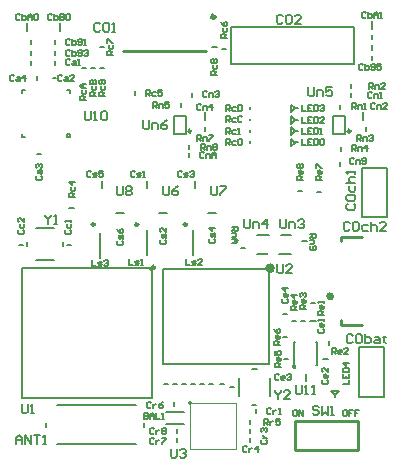
<source format=gto>
G04 Layer_Color=65535*
%FSLAX25Y25*%
%MOIN*%
G70*
G01*
G75*
%ADD44C,0.00600*%
%ADD46C,0.00800*%
%ADD49C,0.01000*%
%ADD74C,0.01181*%
%ADD75C,0.00984*%
%ADD76C,0.00787*%
%ADD77C,0.00500*%
%ADD78C,0.01575*%
%ADD79C,0.01378*%
%ADD80C,0.00394*%
G36*
X-15146Y-12460D02*
X-16160Y-11446D01*
X-15146D01*
Y-12460D01*
D02*
G37*
D44*
X55100Y38100D02*
Y40679D01*
X35969Y-49062D02*
Y-46482D01*
X2500Y38100D02*
Y40679D01*
X-17000Y15221D02*
Y17800D01*
X-12779Y7000D02*
X-10200D01*
X-1000Y15221D02*
Y17800D01*
X3484Y7000D02*
X6064D01*
X-32000Y15221D02*
Y17800D01*
X-27279Y7000D02*
X-24700D01*
X57928Y68400D02*
Y70979D01*
X-46000Y67700D02*
Y70280D01*
X-53800Y-8493D02*
X-47934D01*
X-56851Y-2508D02*
X-56851Y-3965D01*
X-53800Y1940D02*
X-47894Y1940D01*
X-44745Y-3965D02*
Y-2587D01*
X13664Y-53807D02*
Y-47941D01*
X18192Y-44890D02*
X19648Y-44890D01*
X24097Y-53846D02*
X24097Y-47941D01*
X18192Y-56996D02*
X19570D01*
X-18000Y-64390D02*
Y-63012D01*
X-47000Y-56890D02*
X-20500D01*
X-50500Y-62933D02*
X-50500Y-64390D01*
X-47000Y-69890D02*
X-20500D01*
X-57000Y67721D02*
Y70300D01*
D46*
X23217Y-6748D02*
G03*
X23217Y-6748I-139J0D01*
G01*
X27961Y-252D02*
G03*
X27961Y-252I-139J0D01*
G01*
X11244Y68899D02*
X52000D01*
Y56695D02*
Y68899D01*
X11244Y56695D02*
X52000D01*
X11244D02*
Y68899D01*
X-32500Y-8000D02*
Y500D01*
X-17000Y-7000D02*
Y1500D01*
X-58474Y32326D02*
X-57490D01*
X-58474D02*
Y33310D01*
Y47090D02*
Y48074D01*
X-57490D01*
X-43710D02*
X-42726D01*
Y47090D02*
Y48074D01*
Y32326D02*
Y33310D01*
X-43710Y32326D02*
X-42726D01*
X-43710Y33310D02*
X-42726D01*
X-43710Y32326D02*
Y33310D01*
X-1736Y-7000D02*
Y1500D01*
X23717Y-43248D02*
Y-11752D01*
X-11716Y-43248D02*
X23717D01*
X-11716D02*
Y-11752D01*
X23717D01*
X-58454Y-54754D02*
Y-11446D01*
X-15146Y-54754D02*
Y-11446D01*
X-58454Y-54754D02*
X-15146D01*
X-58454Y-11446D02*
X-15146D01*
X-16160D02*
X-15146Y-12460D01*
X-18100Y37999D02*
Y35500D01*
X-17600Y35000D01*
X-16601D01*
X-16101Y35500D01*
Y37999D01*
X-15101Y35000D02*
Y36999D01*
X-13601D01*
X-13102Y36500D01*
Y35000D01*
X-10103Y37999D02*
X-11102Y37499D01*
X-12102Y36500D01*
Y35500D01*
X-11602Y35000D01*
X-10602D01*
X-10103Y35500D01*
Y36000D01*
X-10602Y36500D01*
X-12102D01*
X36900Y48899D02*
Y46400D01*
X37400Y45900D01*
X38399D01*
X38899Y46400D01*
Y48899D01*
X39899Y45900D02*
Y47899D01*
X41399D01*
X41898Y47400D01*
Y45900D01*
X44897Y48899D02*
X42898D01*
Y47400D01*
X43898Y47899D01*
X44398D01*
X44897Y47400D01*
Y46400D01*
X44398Y45900D01*
X43398D01*
X42898Y46400D01*
X15500Y4999D02*
Y2500D01*
X16000Y2000D01*
X16999D01*
X17499Y2500D01*
Y4999D01*
X18499Y2000D02*
Y3999D01*
X19999D01*
X20498Y3500D01*
Y2000D01*
X22998D02*
Y4999D01*
X21498Y3500D01*
X23497D01*
X27500Y4999D02*
Y2500D01*
X28000Y2000D01*
X29000D01*
X29499Y2500D01*
Y4999D01*
X30499Y2000D02*
Y3999D01*
X31999D01*
X32498Y3500D01*
Y2000D01*
X33498Y4499D02*
X33998Y4999D01*
X34998D01*
X35497Y4499D01*
Y3999D01*
X34998Y3500D01*
X34498D01*
X34998D01*
X35497Y3000D01*
Y2500D01*
X34998Y2000D01*
X33998D01*
X33498Y2500D01*
X-11500Y15999D02*
Y13500D01*
X-11000Y13000D01*
X-10001D01*
X-9501Y13500D01*
Y15999D01*
X-6502D02*
X-7501Y15499D01*
X-8501Y14500D01*
Y13500D01*
X-8001Y13000D01*
X-7001D01*
X-6502Y13500D01*
Y14000D01*
X-7001Y14500D01*
X-8501D01*
X-27000Y15999D02*
Y13500D01*
X-26500Y13000D01*
X-25501D01*
X-25001Y13500D01*
Y15999D01*
X-24001Y15499D02*
X-23501Y15999D01*
X-22501D01*
X-22002Y15499D01*
Y14999D01*
X-22501Y14500D01*
X-22002Y14000D01*
Y13500D01*
X-22501Y13000D01*
X-23501D01*
X-24001Y13500D01*
Y14000D01*
X-23501Y14500D01*
X-24001Y14999D01*
Y15499D01*
X-23501Y14500D02*
X-22501D01*
X4500Y15999D02*
Y13500D01*
X5000Y13000D01*
X5999D01*
X6499Y13500D01*
Y15999D01*
X7499D02*
X9498D01*
Y15499D01*
X7499Y13500D01*
Y13000D01*
X28399Y72699D02*
X27900Y73199D01*
X26900D01*
X26400Y72699D01*
Y70700D01*
X26900Y70200D01*
X27900D01*
X28399Y70700D01*
X30899Y73199D02*
X29899D01*
X29399Y72699D01*
Y70700D01*
X29899Y70200D01*
X30899D01*
X31398Y70700D01*
Y72699D01*
X30899Y73199D01*
X34397Y70200D02*
X32398D01*
X34397Y72199D01*
Y72699D01*
X33898Y73199D01*
X32898D01*
X32398Y72699D01*
X-32501Y69999D02*
X-33000Y70499D01*
X-34000D01*
X-34500Y69999D01*
Y68000D01*
X-34000Y67500D01*
X-33000D01*
X-32501Y68000D01*
X-30001Y70499D02*
X-31001D01*
X-31501Y69999D01*
Y68000D01*
X-31001Y67500D01*
X-30001D01*
X-29502Y68000D01*
Y69999D01*
X-30001Y70499D01*
X-28502Y67500D02*
X-27502D01*
X-28002D01*
Y70499D01*
X-28502Y69999D01*
X-9000Y-71501D02*
Y-74000D01*
X-8500Y-74500D01*
X-7501D01*
X-7001Y-74000D01*
Y-71501D01*
X-6001Y-72001D02*
X-5501Y-71501D01*
X-4501D01*
X-4002Y-72001D01*
Y-72501D01*
X-4501Y-73001D01*
X-5001D01*
X-4501D01*
X-4002Y-73500D01*
Y-74000D01*
X-4501Y-74500D01*
X-5501D01*
X-6001Y-74000D01*
X-60500Y-70000D02*
Y-68001D01*
X-59500Y-67001D01*
X-58501Y-68001D01*
Y-70000D01*
Y-68501D01*
X-60500D01*
X-57501Y-70000D02*
Y-67001D01*
X-55502Y-70000D01*
Y-67001D01*
X-54502D02*
X-52503D01*
X-53502D01*
Y-70000D01*
X-51503D02*
X-50503D01*
X-51003D01*
Y-67001D01*
X-51503Y-67501D01*
X25700Y-52001D02*
Y-52501D01*
X26700Y-53500D01*
X27699Y-52501D01*
Y-52001D01*
X26700Y-53500D02*
Y-55000D01*
X30698D02*
X28699D01*
X30698Y-53001D01*
Y-52501D01*
X30199Y-52001D01*
X29199D01*
X28699Y-52501D01*
X-50900Y6499D02*
Y5999D01*
X-49900Y5000D01*
X-48901Y5999D01*
Y6499D01*
X-49900Y5000D02*
Y3500D01*
X-47901D02*
X-46901D01*
X-47401D01*
Y6499D01*
X-47901Y5999D01*
X-58700Y-56701D02*
Y-59200D01*
X-58200Y-59700D01*
X-57200D01*
X-56701Y-59200D01*
Y-56701D01*
X-55701Y-59700D02*
X-54701D01*
X-55201D01*
Y-56701D01*
X-55701Y-57201D01*
X26500Y-10001D02*
Y-12500D01*
X27000Y-13000D01*
X27999D01*
X28499Y-12500D01*
Y-10001D01*
X31498Y-13000D02*
X29499D01*
X31498Y-11001D01*
Y-10501D01*
X30999Y-10001D01*
X29999D01*
X29499Y-10501D01*
X-37600Y40899D02*
Y38400D01*
X-37100Y37900D01*
X-36101D01*
X-35601Y38400D01*
Y40899D01*
X-34601Y37900D02*
X-33601D01*
X-34101D01*
Y40899D01*
X-34601Y40399D01*
X-32102D02*
X-31602Y40899D01*
X-30602D01*
X-30102Y40399D01*
Y38400D01*
X-30602Y37900D01*
X-31602D01*
X-32102Y38400D01*
Y40399D01*
X32700Y-50401D02*
Y-52900D01*
X33200Y-53400D01*
X34200D01*
X34699Y-52900D01*
Y-50401D01*
X35699Y-53400D02*
X36699D01*
X36199D01*
Y-50401D01*
X35699Y-50901D01*
X38198Y-53400D02*
X39198D01*
X38698D01*
Y-50401D01*
X38198Y-50901D01*
X51699Y-33801D02*
X51200Y-33301D01*
X50200D01*
X49700Y-33801D01*
Y-35800D01*
X50200Y-36300D01*
X51200D01*
X51699Y-35800D01*
X54199Y-33301D02*
X53199D01*
X52699Y-33801D01*
Y-35800D01*
X53199Y-36300D01*
X54199D01*
X54698Y-35800D01*
Y-33801D01*
X54199Y-33301D01*
X55698D02*
Y-36300D01*
X57198D01*
X57697Y-35800D01*
Y-35300D01*
Y-34800D01*
X57198Y-34301D01*
X55698D01*
X59197D02*
X60197D01*
X60696Y-34800D01*
Y-36300D01*
X59197D01*
X58697Y-35800D01*
X59197Y-35300D01*
X60696D01*
X62196Y-33801D02*
Y-34301D01*
X61696D01*
X62696D01*
X62196D01*
Y-35800D01*
X62696Y-36300D01*
X50001Y10199D02*
X49501Y9700D01*
Y8700D01*
X50001Y8200D01*
X52000D01*
X52500Y8700D01*
Y9700D01*
X52000Y10199D01*
X49501Y12699D02*
Y11699D01*
X50001Y11199D01*
X52000D01*
X52500Y11699D01*
Y12699D01*
X52000Y13198D01*
X50001D01*
X49501Y12699D01*
X50501Y16197D02*
Y14698D01*
X51000Y14198D01*
X52000D01*
X52500Y14698D01*
Y16197D01*
X49501Y17197D02*
X52500D01*
X51000D01*
X50501Y17697D01*
Y18697D01*
X51000Y19196D01*
X52500D01*
Y20196D02*
Y21196D01*
Y20696D01*
X49501D01*
X50001Y20196D01*
X40399Y-57701D02*
X39900Y-57201D01*
X38900D01*
X38400Y-57701D01*
Y-58201D01*
X38900Y-58701D01*
X39900D01*
X40399Y-59200D01*
Y-59700D01*
X39900Y-60200D01*
X38900D01*
X38400Y-59700D01*
X41399Y-57201D02*
Y-60200D01*
X42399Y-59200D01*
X43398Y-60200D01*
Y-57201D01*
X44398Y-60200D02*
X45398D01*
X44898D01*
Y-57201D01*
X44398Y-57701D01*
X50599Y3599D02*
X50099Y4099D01*
X49100D01*
X48600Y3599D01*
Y1600D01*
X49100Y1100D01*
X50099D01*
X50599Y1600D01*
X53099Y4099D02*
X52099D01*
X51599Y3599D01*
Y1600D01*
X52099Y1100D01*
X53099D01*
X53598Y1600D01*
Y3599D01*
X53099Y4099D01*
X56597Y3099D02*
X55098D01*
X54598Y2599D01*
Y1600D01*
X55098Y1100D01*
X56597D01*
X57597Y4099D02*
Y1100D01*
Y2599D01*
X58097Y3099D01*
X59097D01*
X59596Y2599D01*
Y1100D01*
X62595D02*
X60596D01*
X62595Y3099D01*
Y3599D01*
X62096Y4099D01*
X61096D01*
X60596Y3599D01*
D49*
X-14261Y-11053D02*
G03*
X-14261Y-11053I-492J0D01*
G01*
X50887Y34332D02*
G03*
X50887Y34332I-440J0D01*
G01*
X-2213D02*
G03*
X-2213Y34332I-440J0D01*
G01*
X-24780Y61000D02*
X2780D01*
X32270Y-72121D02*
Y-62279D01*
X53530D01*
Y-72121D02*
Y-62279D01*
X32270Y-72121D02*
X53530D01*
X47776Y-30264D02*
X54665D01*
X47776D02*
Y-28787D01*
Y-2213D02*
Y-835D01*
X54665D01*
D74*
X5732Y72417D02*
G03*
X5732Y72417I-591J0D01*
G01*
D75*
X-34370Y3201D02*
G03*
X-34370Y3201I-492J0D01*
G01*
X-19870D02*
G03*
X-19870Y3201I-492J0D01*
G01*
X-3606D02*
G03*
X-3606Y3201I-492J0D01*
G01*
D76*
X-2209Y-56240D02*
G03*
X-2209Y-56240I-413J0D01*
G01*
D77*
X32425Y-43868D02*
G03*
X32465Y-43914I-348J-348D01*
G01*
X54800Y5600D02*
Y22200D01*
X63200D01*
Y5600D02*
Y22200D01*
X54800Y5600D02*
X63200D01*
X53700Y-54300D02*
X62100D01*
Y-37700D01*
X53700D02*
X62100D01*
X53700Y-54300D02*
Y-37700D01*
X17300Y37893D02*
Y38507D01*
X31107Y33022D02*
Y35581D01*
X32387Y34302D01*
X31107Y33022D02*
X32387Y34302D01*
Y34302D02*
X32455Y34355D01*
X32659D02*
X33272D01*
X32455D02*
X32659D01*
X32455Y30555D02*
X32659D01*
X33272D01*
X32387Y30502D02*
X32455Y30555D01*
X31107Y29222D02*
X32387Y30502D01*
X31107Y31781D02*
X32387Y30502D01*
X31107Y29222D02*
Y31781D01*
X17300Y30293D02*
Y30907D01*
X51193Y48608D02*
Y49986D01*
X-2793Y28315D02*
Y29693D01*
X-47500Y59811D02*
Y61189D01*
X-55500Y56311D02*
Y57689D01*
Y63311D02*
Y64689D01*
X-47500Y63311D02*
Y64689D01*
X-2800Y25611D02*
Y26989D01*
X47500Y22711D02*
Y24089D01*
X47507Y41815D02*
Y43192D01*
X43907Y-36985D02*
Y-35607D01*
X28383Y-34290D02*
X29761D01*
X31407Y-29082D02*
X32785D01*
X28808Y-41793D02*
X30185D01*
X34407Y-29082D02*
X35785D01*
X37707Y-22993D02*
X39086D01*
X-20907Y46308D02*
Y47686D01*
X-2186Y-50007D02*
X-807D01*
X-5192Y-49993D02*
X-3814D01*
X-42786Y8793D02*
X-41407D01*
X8008Y61707D02*
X9386D01*
X-32693Y62507D02*
X-31315D01*
X4907Y62407D02*
X6285D01*
X-32686Y55493D02*
X-31308D01*
X-38686D02*
X-37308D01*
X-35686D02*
X-34308D01*
X55993Y34308D02*
Y35686D01*
X47607Y27714D02*
Y29092D01*
X-5693Y42314D02*
Y43692D01*
X2493Y34308D02*
Y35686D01*
X34907Y-2393D02*
X36285D01*
X14514Y-4507D02*
X15892D01*
X-11186Y-50007D02*
X-9808D01*
X3814D02*
X5192D01*
X7315D02*
X8692D01*
X17507Y-63186D02*
Y-61808D01*
X807Y-49993D02*
X2186D01*
X28379Y-26582D02*
X29757D01*
X-53439Y51364D02*
Y52742D01*
X-53489Y26800D02*
X-52111D01*
X-47500Y56311D02*
Y57689D01*
X-43689Y-3500D02*
X-42311D01*
X-59689D02*
X-58311D01*
X51200Y45611D02*
Y46989D01*
X-2000Y45611D02*
Y46989D01*
X19500Y-59689D02*
Y-58311D01*
X10811Y-51000D02*
X12189D01*
X17500Y-66189D02*
Y-64811D01*
Y-69189D02*
Y-67811D01*
X-8189Y-49800D02*
X-6811D01*
X-8000Y-57189D02*
Y-55811D01*
X-7000Y-69189D02*
Y-67811D01*
Y-66189D02*
Y-64811D01*
X-55500Y59811D02*
Y61189D01*
X57928Y58011D02*
Y59389D01*
Y65011D02*
Y66389D01*
Y61511D02*
Y62889D01*
X-48094Y52000D02*
X-47306D01*
X41614Y-41475D02*
X43386D01*
X37514Y-29100D02*
X39286D01*
X31107Y40622D02*
Y43181D01*
X32387Y41902D01*
X31107Y40622D02*
X32387Y41902D01*
Y41902D02*
X32455Y41955D01*
X32659D02*
X33272D01*
X32455D02*
X32659D01*
X-10653Y-63464D02*
X-4649D01*
X-10653Y-59428D02*
X-4649D01*
X32455Y38155D02*
X32659D01*
X33272D01*
X32387Y38102D02*
X32455Y38155D01*
X31107Y36822D02*
X32387Y38102D01*
X31107Y39381D02*
X32387Y38102D01*
X31107Y36822D02*
Y39381D01*
X32130Y-35896D02*
X32400D01*
X39500Y-43672D02*
X39906D01*
X39500Y-35896D02*
X39906D01*
Y-43672D02*
Y-35896D01*
X32032Y-43675D02*
Y-35896D01*
X44522Y-52207D02*
X47081D01*
X45802Y-53487D02*
X47081Y-52207D01*
X44522D02*
X45802Y-53487D01*
X45802D02*
X45855Y-53555D01*
Y-54372D02*
Y-53759D01*
Y-53555D01*
X17300Y33993D02*
Y34607D01*
Y41593D02*
Y42207D01*
X19732Y-449D02*
X23668D01*
X19732Y-6551D02*
X23078D01*
X27822Y-449D02*
X31168D01*
X27231Y-6551D02*
X31168D01*
X39808Y14007D02*
X41186D01*
X33507Y14207D02*
X34885D01*
X45131Y33347D02*
X49068D01*
X45131D02*
Y39253D01*
X49068Y33347D02*
Y39253D01*
X45131D02*
X49068D01*
X-7969D02*
X-4031D01*
Y33347D02*
Y39253D01*
X-7969Y33347D02*
Y39253D01*
Y33347D02*
X-4031D01*
X49518Y-58795D02*
X48851D01*
X48518Y-59128D01*
Y-60461D01*
X48851Y-60795D01*
X49518D01*
X49851Y-60461D01*
Y-59128D01*
X49518Y-58795D01*
X51850D02*
X50517D01*
Y-59795D01*
X51184D01*
X50517D01*
Y-60795D01*
X53850Y-58795D02*
X52517D01*
Y-59795D01*
X53183D01*
X52517D01*
Y-60795D01*
X32801Y-58795D02*
X32135D01*
X31801Y-59128D01*
Y-60461D01*
X32135Y-60795D01*
X32801D01*
X33134Y-60461D01*
Y-59128D01*
X32801Y-58795D01*
X33801Y-60795D02*
Y-58795D01*
X35133Y-60795D01*
Y-58795D01*
X9300Y37400D02*
Y39399D01*
X10300D01*
X10633Y39066D01*
Y38400D01*
X10300Y38066D01*
X9300D01*
X9967D02*
X10633Y37400D01*
X12632Y38733D02*
X11633D01*
X11299Y38400D01*
Y37733D01*
X11633Y37400D01*
X12632D01*
X14632Y39066D02*
X14298Y39399D01*
X13632D01*
X13299Y39066D01*
Y37733D01*
X13632Y37400D01*
X14298D01*
X14632Y37733D01*
X34800Y35399D02*
Y33400D01*
X36133D01*
X38132Y35399D02*
X36799D01*
Y33400D01*
X38132D01*
X36799Y34400D02*
X37466D01*
X38799Y35399D02*
Y33400D01*
X39798D01*
X40132Y33733D01*
Y35066D01*
X39798Y35399D01*
X38799D01*
X40798Y33400D02*
X41464D01*
X41131D01*
Y35399D01*
X40798Y35066D01*
X34700Y31599D02*
Y29600D01*
X36033D01*
X38032Y31599D02*
X36699D01*
Y29600D01*
X38032D01*
X36699Y30600D02*
X37366D01*
X38699Y31599D02*
Y29600D01*
X39698D01*
X40032Y29933D01*
Y31266D01*
X39698Y31599D01*
X38699D01*
X40698Y31266D02*
X41031Y31599D01*
X41698D01*
X42031Y31266D01*
Y29933D01*
X41698Y29600D01*
X41031D01*
X40698Y29933D01*
Y31266D01*
X9400Y29700D02*
Y31699D01*
X10400D01*
X10733Y31366D01*
Y30700D01*
X10400Y30366D01*
X9400D01*
X10067D02*
X10733Y29700D01*
X12732Y31033D02*
X11733D01*
X11399Y30700D01*
Y30033D01*
X11733Y29700D01*
X12732D01*
X13399Y31366D02*
X13732Y31699D01*
X14398D01*
X14732Y31366D01*
Y30033D01*
X14398Y29700D01*
X13732D01*
X13399Y30033D01*
Y31366D01*
X2033Y26966D02*
X1700Y27299D01*
X1033D01*
X700Y26966D01*
Y25633D01*
X1033Y25300D01*
X1700D01*
X2033Y25633D01*
X2699Y25300D02*
Y26633D01*
X3699D01*
X4032Y26300D01*
Y25300D01*
X4699D02*
Y26633D01*
X5365Y27299D01*
X6032Y26633D01*
Y25300D01*
Y26300D01*
X4699D01*
X52233Y25066D02*
X51900Y25399D01*
X51233D01*
X50900Y25066D01*
Y23733D01*
X51233Y23400D01*
X51900D01*
X52233Y23733D01*
X52899Y23400D02*
Y24733D01*
X53899D01*
X54232Y24400D01*
Y23400D01*
X54899Y23733D02*
X55232Y23400D01*
X55898D01*
X56232Y23733D01*
Y25066D01*
X55898Y25399D01*
X55232D01*
X54899Y25066D01*
Y24733D01*
X55232Y24400D01*
X56232D01*
X-59167Y73166D02*
X-59500Y73499D01*
X-60167D01*
X-60500Y73166D01*
Y71833D01*
X-60167Y71500D01*
X-59500D01*
X-59167Y71833D01*
X-58501Y73499D02*
Y71500D01*
X-57501D01*
X-57168Y71833D01*
Y72166D01*
Y72500D01*
X-57501Y72833D01*
X-58501D01*
X-56501Y71500D02*
Y72833D01*
X-55835Y73499D01*
X-55168Y72833D01*
Y71500D01*
Y72500D01*
X-56501D01*
X-54502Y73166D02*
X-54169Y73499D01*
X-53502D01*
X-53169Y73166D01*
Y71833D01*
X-53502Y71500D01*
X-54169D01*
X-54502Y71833D01*
Y73166D01*
X-48667D02*
X-49000Y73499D01*
X-49667D01*
X-50000Y73166D01*
Y71833D01*
X-49667Y71500D01*
X-49000D01*
X-48667Y71833D01*
X-48001Y73499D02*
Y71500D01*
X-47001D01*
X-46668Y71833D01*
Y72166D01*
Y72500D01*
X-47001Y72833D01*
X-48001D01*
X-46001Y73499D02*
Y71500D01*
X-45002D01*
X-44668Y71833D01*
Y72166D01*
X-45002Y72500D01*
X-46001D01*
X-45002D01*
X-44668Y72833D01*
Y73166D01*
X-45002Y73499D01*
X-46001D01*
X-44002Y73166D02*
X-43669Y73499D01*
X-43002D01*
X-42669Y73166D01*
Y71833D01*
X-43002Y71500D01*
X-43669D01*
X-44002Y71833D01*
Y73166D01*
X56033Y73666D02*
X55700Y73999D01*
X55033D01*
X54700Y73666D01*
Y72333D01*
X55033Y72000D01*
X55700D01*
X56033Y72333D01*
X56699Y73999D02*
Y72000D01*
X57699D01*
X58032Y72333D01*
Y72666D01*
Y73000D01*
X57699Y73333D01*
X56699D01*
X58699Y72000D02*
Y73333D01*
X59365Y73999D01*
X60032Y73333D01*
Y72000D01*
Y73000D01*
X58699D01*
X60698Y72000D02*
X61365D01*
X61031D01*
Y73999D01*
X60698Y73666D01*
X55133Y56466D02*
X54800Y56799D01*
X54133D01*
X53800Y56466D01*
Y55133D01*
X54133Y54800D01*
X54800D01*
X55133Y55133D01*
X55799Y56799D02*
Y54800D01*
X56799D01*
X57132Y55133D01*
Y55466D01*
Y55800D01*
X56799Y56133D01*
X55799D01*
X57799Y55133D02*
X58132Y54800D01*
X58798D01*
X59132Y55133D01*
Y56466D01*
X58798Y56799D01*
X58132D01*
X57799Y56466D01*
Y56133D01*
X58132Y55800D01*
X59132D01*
X61131Y56799D02*
X59798D01*
Y55800D01*
X60465Y56133D01*
X60798D01*
X61131Y55800D01*
Y55133D01*
X60798Y54800D01*
X60131D01*
X59798Y55133D01*
X-42667Y61066D02*
X-43000Y61399D01*
X-43667D01*
X-44000Y61066D01*
Y59733D01*
X-43667Y59400D01*
X-43000D01*
X-42667Y59733D01*
X-42001Y61399D02*
Y59400D01*
X-41001D01*
X-40668Y59733D01*
Y60066D01*
Y60400D01*
X-41001Y60733D01*
X-42001D01*
X-40001Y59733D02*
X-39668Y59400D01*
X-39002D01*
X-38668Y59733D01*
Y61066D01*
X-39002Y61399D01*
X-39668D01*
X-40001Y61066D01*
Y60733D01*
X-39668Y60400D01*
X-38668D01*
X-38002Y61066D02*
X-37669Y61399D01*
X-37002D01*
X-36669Y61066D01*
Y60733D01*
X-37002Y60400D01*
X-37336D01*
X-37002D01*
X-36669Y60066D01*
Y59733D01*
X-37002Y59400D01*
X-37669D01*
X-38002Y59733D01*
X-42667Y64666D02*
X-43000Y64999D01*
X-43667D01*
X-44000Y64666D01*
Y63333D01*
X-43667Y63000D01*
X-43000D01*
X-42667Y63333D01*
X-42001Y64999D02*
Y63000D01*
X-41001D01*
X-40668Y63333D01*
Y63666D01*
Y64000D01*
X-41001Y64333D01*
X-42001D01*
X-40001Y63333D02*
X-39668Y63000D01*
X-39002D01*
X-38668Y63333D01*
Y64666D01*
X-39002Y64999D01*
X-39668D01*
X-40001Y64666D01*
Y64333D01*
X-39668Y64000D01*
X-38668D01*
X-38002Y63000D02*
X-37336D01*
X-37669D01*
Y64999D01*
X-38002Y64666D01*
X22000Y-63500D02*
Y-61501D01*
X23000D01*
X23333Y-61834D01*
Y-62500D01*
X23000Y-62834D01*
X22000D01*
X22667D02*
X23333Y-63500D01*
X23999Y-62167D02*
Y-63500D01*
Y-62834D01*
X24333Y-62500D01*
X24666Y-62167D01*
X24999D01*
X27332Y-61501D02*
X25999D01*
Y-62500D01*
X26665Y-62167D01*
X26998D01*
X27332Y-62500D01*
Y-63167D01*
X26998Y-63500D01*
X26332D01*
X25999Y-63167D01*
X11400Y2300D02*
X13399D01*
Y1300D01*
X13066Y967D01*
X12400D01*
X12066Y1300D01*
Y2300D01*
Y1633D02*
X11400Y967D01*
Y301D02*
X12733D01*
Y-699D01*
X12400Y-1032D01*
X11400D01*
Y-1699D02*
X12733D01*
X13399Y-2365D01*
X12733Y-3032D01*
X11400D01*
X12400D01*
Y-1699D01*
X37400Y-100D02*
X39399D01*
Y-1100D01*
X39066Y-1433D01*
X38400D01*
X38066Y-1100D01*
Y-100D01*
Y-766D02*
X37400Y-1433D01*
Y-2099D02*
X38733D01*
Y-3099D01*
X38400Y-3432D01*
X37400D01*
X37733Y-4099D02*
X37400Y-4432D01*
Y-5098D01*
X37733Y-5432D01*
X39066D01*
X39399Y-5098D01*
Y-4432D01*
X39066Y-4099D01*
X38733D01*
X38400Y-4432D01*
Y-5432D01*
X1000Y28000D02*
Y29999D01*
X2000D01*
X2333Y29666D01*
Y29000D01*
X2000Y28666D01*
X1000D01*
X1667D02*
X2333Y28000D01*
X2999D02*
Y29333D01*
X3999D01*
X4332Y29000D01*
Y28000D01*
X4999Y29666D02*
X5332Y29999D01*
X5998D01*
X6332Y29666D01*
Y29333D01*
X5998Y29000D01*
X6332Y28666D01*
Y28333D01*
X5998Y28000D01*
X5332D01*
X4999Y28333D01*
Y28666D01*
X5332Y29000D01*
X4999Y29333D01*
Y29666D01*
X5332Y29000D02*
X5998D01*
X-100Y31200D02*
Y33199D01*
X900D01*
X1233Y32866D01*
Y32200D01*
X900Y31866D01*
X-100D01*
X567D02*
X1233Y31200D01*
X1899D02*
Y32533D01*
X2899D01*
X3232Y32200D01*
Y31200D01*
X3899Y33199D02*
X5232D01*
Y32866D01*
X3899Y31533D01*
Y31200D01*
X-14900Y41900D02*
Y43899D01*
X-13900D01*
X-13567Y43566D01*
Y42900D01*
X-13900Y42566D01*
X-14900D01*
X-14233D02*
X-13567Y41900D01*
X-12901D02*
Y43233D01*
X-11901D01*
X-11568Y42900D01*
Y41900D01*
X-9568Y43899D02*
X-10901D01*
Y42900D01*
X-10235Y43233D01*
X-9902D01*
X-9568Y42900D01*
Y42233D01*
X-9902Y41900D01*
X-10568D01*
X-10901Y42233D01*
X51400Y27800D02*
Y29799D01*
X52400D01*
X52733Y29466D01*
Y28800D01*
X52400Y28466D01*
X51400D01*
X52066D02*
X52733Y27800D01*
X53399D02*
Y29133D01*
X54399D01*
X54732Y28800D01*
Y27800D01*
X56398D02*
Y29799D01*
X55399Y28800D01*
X56732D01*
X53200Y31200D02*
Y33199D01*
X54200D01*
X54533Y32866D01*
Y32200D01*
X54200Y31866D01*
X53200D01*
X53866D02*
X54533Y31200D01*
X55199D02*
Y32533D01*
X56199D01*
X56532Y32200D01*
Y31200D01*
X57199Y32866D02*
X57532Y33199D01*
X58198D01*
X58532Y32866D01*
Y32533D01*
X58198Y32200D01*
X57865D01*
X58198D01*
X58532Y31866D01*
Y31533D01*
X58198Y31200D01*
X57532D01*
X57199Y31533D01*
X57100Y48300D02*
Y50299D01*
X58100D01*
X58433Y49966D01*
Y49300D01*
X58100Y48966D01*
X57100D01*
X57766D02*
X58433Y48300D01*
X59099D02*
Y49633D01*
X60099D01*
X60432Y49300D01*
Y48300D01*
X62432D02*
X61099D01*
X62432Y49633D01*
Y49966D01*
X62098Y50299D01*
X61432D01*
X61099Y49966D01*
X-34000Y46100D02*
X-35999D01*
Y47100D01*
X-35666Y47433D01*
X-35000D01*
X-34666Y47100D01*
Y46100D01*
Y46766D02*
X-34000Y47433D01*
X-35333Y49432D02*
Y48433D01*
X-35000Y48099D01*
X-34333D01*
X-34000Y48433D01*
Y49432D01*
X-35999Y50099D02*
X-34000D01*
Y51098D01*
X-34333Y51432D01*
X-34666D01*
X-35000Y51098D01*
Y50099D01*
Y51098D01*
X-35333Y51432D01*
X-35666D01*
X-35999Y51098D01*
Y50099D01*
X-37200Y44800D02*
X-39199D01*
Y45800D01*
X-38866Y46133D01*
X-38200D01*
X-37866Y45800D01*
Y44800D01*
Y45466D02*
X-37200Y46133D01*
X-38533Y48132D02*
Y47133D01*
X-38200Y46799D01*
X-37533D01*
X-37200Y47133D01*
Y48132D01*
Y48799D02*
X-38533D01*
X-39199Y49465D01*
X-38533Y50132D01*
X-37200D01*
X-38200D01*
Y48799D01*
X-31000Y46100D02*
X-32999D01*
Y47100D01*
X-32666Y47433D01*
X-32000D01*
X-31666Y47100D01*
Y46100D01*
Y46766D02*
X-31000Y47433D01*
X-32333Y49432D02*
Y48433D01*
X-32000Y48099D01*
X-31333D01*
X-31000Y48433D01*
Y49432D01*
X-31333Y50099D02*
X-31000Y50432D01*
Y51098D01*
X-31333Y51432D01*
X-32666D01*
X-32999Y51098D01*
Y50432D01*
X-32666Y50099D01*
X-32333D01*
X-32000Y50432D01*
Y51432D01*
X6500Y53200D02*
X4501D01*
Y54200D01*
X4834Y54533D01*
X5500D01*
X5834Y54200D01*
Y53200D01*
Y53866D02*
X6500Y54533D01*
X5167Y56532D02*
Y55533D01*
X5500Y55199D01*
X6167D01*
X6500Y55533D01*
Y56532D01*
X4834Y57199D02*
X4501Y57532D01*
Y58198D01*
X4834Y58532D01*
X5167D01*
X5500Y58198D01*
X5834Y58532D01*
X6167D01*
X6500Y58198D01*
Y57532D01*
X6167Y57199D01*
X5834D01*
X5500Y57532D01*
X5167Y57199D01*
X4834D01*
X5500Y57532D02*
Y58198D01*
X-28100Y59700D02*
X-30099D01*
Y60700D01*
X-29766Y61033D01*
X-29100D01*
X-28766Y60700D01*
Y59700D01*
Y60366D02*
X-28100Y61033D01*
X-29433Y63032D02*
Y62033D01*
X-29100Y61699D01*
X-28433D01*
X-28100Y62033D01*
Y63032D01*
X-30099Y63699D02*
Y65032D01*
X-29766D01*
X-28433Y63699D01*
X-28100D01*
X9700Y65400D02*
X7701D01*
Y66400D01*
X8034Y66733D01*
X8700D01*
X9033Y66400D01*
Y65400D01*
Y66066D02*
X9700Y66733D01*
X8367Y68732D02*
Y67733D01*
X8700Y67399D01*
X9367D01*
X9700Y67733D01*
Y68732D01*
X7701Y70732D02*
X8034Y70065D01*
X8700Y69399D01*
X9367D01*
X9700Y69732D01*
Y70398D01*
X9367Y70732D01*
X9033D01*
X8700Y70398D01*
Y69399D01*
X-41000Y12500D02*
X-42999D01*
Y13500D01*
X-42666Y13833D01*
X-42000D01*
X-41666Y13500D01*
Y12500D01*
Y13167D02*
X-41000Y13833D01*
X-42333Y15832D02*
Y14833D01*
X-42000Y14499D01*
X-41333D01*
X-41000Y14833D01*
Y15832D01*
Y17498D02*
X-42999D01*
X-42000Y16499D01*
Y17832D01*
X9300Y40900D02*
Y42899D01*
X10300D01*
X10633Y42566D01*
Y41900D01*
X10300Y41566D01*
X9300D01*
X9967D02*
X10633Y40900D01*
X12632Y42233D02*
X11633D01*
X11299Y41900D01*
Y41233D01*
X11633Y40900D01*
X12632D01*
X13299Y42899D02*
Y40900D01*
X14298D01*
X14632Y41233D01*
Y42566D01*
X14298Y42899D01*
X13299D01*
X9400Y33400D02*
Y35399D01*
X10400D01*
X10733Y35066D01*
Y34400D01*
X10400Y34066D01*
X9400D01*
X10067D02*
X10733Y33400D01*
X12732Y34733D02*
X11733D01*
X11399Y34400D01*
Y33733D01*
X11733Y33400D01*
X12732D01*
X13399D02*
X14065D01*
X13732D01*
Y35399D01*
X13399Y35066D01*
X-35100Y-8501D02*
Y-10500D01*
X-33767D01*
X-33101D02*
X-32101D01*
X-31768Y-10167D01*
X-32101Y-9833D01*
X-32767D01*
X-33101Y-9500D01*
X-32767Y-9167D01*
X-31768D01*
X-31101Y-8834D02*
X-30768Y-8501D01*
X-30102D01*
X-29768Y-8834D01*
Y-9167D01*
X-30102Y-9500D01*
X-30435D01*
X-30102D01*
X-29768Y-9833D01*
Y-10167D01*
X-30102Y-10500D01*
X-30768D01*
X-31101Y-10167D01*
X-4000Y-8301D02*
Y-10300D01*
X-2667D01*
X-2001D02*
X-1001D01*
X-668Y-9967D01*
X-1001Y-9634D01*
X-1667D01*
X-2001Y-9300D01*
X-1667Y-8967D01*
X-668D01*
X1332Y-10300D02*
X-1D01*
X1332Y-8967D01*
Y-8634D01*
X998Y-8301D01*
X332D01*
X-1Y-8634D01*
X-23000Y-8401D02*
Y-10400D01*
X-21667D01*
X-21001D02*
X-20001D01*
X-19668Y-10067D01*
X-20001Y-9734D01*
X-20667D01*
X-21001Y-9400D01*
X-20667Y-9067D01*
X-19668D01*
X-19001Y-10400D02*
X-18335D01*
X-18668D01*
Y-8401D01*
X-19001Y-8734D01*
X-26666Y-2167D02*
X-26999Y-2500D01*
Y-3167D01*
X-26666Y-3500D01*
X-25333D01*
X-25000Y-3167D01*
Y-2500D01*
X-25333Y-2167D01*
X-25000Y-1501D02*
Y-501D01*
X-25333Y-168D01*
X-25666Y-501D01*
Y-1167D01*
X-26000Y-1501D01*
X-26333Y-1167D01*
Y-168D01*
X-26999Y1832D02*
X-26666Y1165D01*
X-26000Y499D01*
X-25333D01*
X-25000Y832D01*
Y1498D01*
X-25333Y1832D01*
X-25666D01*
X-26000Y1498D01*
Y499D01*
X-35667Y20866D02*
X-36000Y21199D01*
X-36667D01*
X-37000Y20866D01*
Y19533D01*
X-36667Y19200D01*
X-36000D01*
X-35667Y19533D01*
X-35001Y19200D02*
X-34001D01*
X-33668Y19533D01*
X-34001Y19866D01*
X-34667D01*
X-35001Y20200D01*
X-34667Y20533D01*
X-33668D01*
X-31668Y21199D02*
X-33001D01*
Y20200D01*
X-32335Y20533D01*
X-32002D01*
X-31668Y20200D01*
Y19533D01*
X-32002Y19200D01*
X-32668D01*
X-33001Y19533D01*
X4134Y-1667D02*
X3801Y-2000D01*
Y-2667D01*
X4134Y-3000D01*
X5467D01*
X5800Y-2667D01*
Y-2000D01*
X5467Y-1667D01*
X5800Y-1001D02*
Y-1D01*
X5467Y332D01*
X5134Y-1D01*
Y-667D01*
X4800Y-1001D01*
X4467Y-667D01*
Y332D01*
X5800Y1998D02*
X3801D01*
X4800Y999D01*
Y2332D01*
X-5267Y20666D02*
X-5600Y20999D01*
X-6267D01*
X-6600Y20666D01*
Y19333D01*
X-6267Y19000D01*
X-5600D01*
X-5267Y19333D01*
X-4601Y19000D02*
X-3601D01*
X-3268Y19333D01*
X-3601Y19667D01*
X-4267D01*
X-4601Y20000D01*
X-4267Y20333D01*
X-3268D01*
X-2601Y20666D02*
X-2268Y20999D01*
X-1602D01*
X-1268Y20666D01*
Y20333D01*
X-1602Y20000D01*
X-1935D01*
X-1602D01*
X-1268Y19667D01*
Y19333D01*
X-1602Y19000D01*
X-2268D01*
X-2601Y19333D01*
X-12166Y-2067D02*
X-12499Y-2400D01*
Y-3067D01*
X-12166Y-3400D01*
X-10833D01*
X-10500Y-3067D01*
Y-2400D01*
X-10833Y-2067D01*
X-10500Y-1401D02*
Y-401D01*
X-10833Y-68D01*
X-11167Y-401D01*
Y-1067D01*
X-11500Y-1401D01*
X-11833Y-1067D01*
Y-68D01*
X-10500Y1932D02*
Y599D01*
X-11833Y1932D01*
X-12166D01*
X-12499Y1598D01*
Y932D01*
X-12166Y599D01*
X-20967Y20766D02*
X-21300Y21099D01*
X-21967D01*
X-22300Y20766D01*
Y19433D01*
X-21967Y19100D01*
X-21300D01*
X-20967Y19433D01*
X-20301Y19100D02*
X-19301D01*
X-18968Y19433D01*
X-19301Y19767D01*
X-19967D01*
X-20301Y20100D01*
X-19967Y20433D01*
X-18968D01*
X-18301Y19100D02*
X-17635D01*
X-17968D01*
Y21099D01*
X-18301Y20766D01*
X-14667Y-64934D02*
X-15000Y-64601D01*
X-15667D01*
X-16000Y-64934D01*
Y-66267D01*
X-15667Y-66600D01*
X-15000D01*
X-14667Y-66267D01*
X-14001Y-65267D02*
Y-66600D01*
Y-65934D01*
X-13667Y-65600D01*
X-13334Y-65267D01*
X-13001D01*
X-12001Y-64934D02*
X-11668Y-64601D01*
X-11002D01*
X-10668Y-64934D01*
Y-65267D01*
X-11002Y-65600D01*
X-10668Y-65934D01*
Y-66267D01*
X-11002Y-66600D01*
X-11668D01*
X-12001Y-66267D01*
Y-65934D01*
X-11668Y-65600D01*
X-12001Y-65267D01*
Y-64934D01*
X-11668Y-65600D02*
X-11002D01*
X-14667Y-68334D02*
X-15000Y-68001D01*
X-15667D01*
X-16000Y-68334D01*
Y-69667D01*
X-15667Y-70000D01*
X-15000D01*
X-14667Y-69667D01*
X-14001Y-68667D02*
Y-70000D01*
Y-69334D01*
X-13667Y-69000D01*
X-13334Y-68667D01*
X-13001D01*
X-12001Y-68001D02*
X-10668D01*
Y-68334D01*
X-12001Y-69667D01*
Y-70000D01*
X-15567Y-56334D02*
X-15900Y-56001D01*
X-16567D01*
X-16900Y-56334D01*
Y-57667D01*
X-16567Y-58000D01*
X-15900D01*
X-15567Y-57667D01*
X-14901Y-56667D02*
Y-58000D01*
Y-57334D01*
X-14567Y-57000D01*
X-14234Y-56667D01*
X-13901D01*
X-11568Y-56001D02*
X-12235Y-56334D01*
X-12901Y-57000D01*
Y-57667D01*
X-12568Y-58000D01*
X-11902D01*
X-11568Y-57667D01*
Y-57334D01*
X-11902Y-57000D01*
X-12901D01*
X16333Y-70834D02*
X16000Y-70501D01*
X15333D01*
X15000Y-70834D01*
Y-72167D01*
X15333Y-72500D01*
X16000D01*
X16333Y-72167D01*
X16999Y-71167D02*
Y-72500D01*
Y-71834D01*
X17333Y-71500D01*
X17666Y-71167D01*
X17999D01*
X19998Y-72500D02*
Y-70501D01*
X18999Y-71500D01*
X20332D01*
X21334Y-68667D02*
X21001Y-69000D01*
Y-69667D01*
X21334Y-70000D01*
X22667D01*
X23000Y-69667D01*
Y-69000D01*
X22667Y-68667D01*
X21667Y-68001D02*
X23000D01*
X22333D01*
X22000Y-67667D01*
X21667Y-67334D01*
Y-67001D01*
X21334Y-66001D02*
X21001Y-65668D01*
Y-65002D01*
X21334Y-64668D01*
X21667D01*
X22000Y-65002D01*
Y-65335D01*
Y-65002D01*
X22333Y-64668D01*
X22667D01*
X23000Y-65002D01*
Y-65668D01*
X22667Y-66001D01*
X24433Y-58334D02*
X24100Y-58001D01*
X23433D01*
X23100Y-58334D01*
Y-59667D01*
X23433Y-60000D01*
X24100D01*
X24433Y-59667D01*
X25099Y-58667D02*
Y-60000D01*
Y-59334D01*
X25433Y-59000D01*
X25766Y-58667D01*
X26099D01*
X27099Y-60000D02*
X27765D01*
X27432D01*
Y-58001D01*
X27099Y-58334D01*
X1133Y43166D02*
X800Y43499D01*
X133D01*
X-200Y43166D01*
Y41833D01*
X133Y41500D01*
X800D01*
X1133Y41833D01*
X1799Y41500D02*
Y42833D01*
X2799D01*
X3132Y42500D01*
Y41500D01*
X4798D02*
Y43499D01*
X3799Y42500D01*
X5132D01*
X3033Y47266D02*
X2700Y47599D01*
X2033D01*
X1700Y47266D01*
Y45933D01*
X2033Y45600D01*
X2700D01*
X3033Y45933D01*
X3699Y45600D02*
Y46933D01*
X4699D01*
X5032Y46600D01*
Y45600D01*
X5699Y47266D02*
X6032Y47599D01*
X6698D01*
X7032Y47266D01*
Y46933D01*
X6698Y46600D01*
X6365D01*
X6698D01*
X7032Y46266D01*
Y45933D01*
X6698Y45600D01*
X6032D01*
X5699Y45933D01*
X58233Y46966D02*
X57900Y47299D01*
X57233D01*
X56900Y46966D01*
Y45633D01*
X57233Y45300D01*
X57900D01*
X58233Y45633D01*
X58899Y45300D02*
Y46633D01*
X59899D01*
X60232Y46300D01*
Y45300D01*
X60899D02*
X61565D01*
X61232D01*
Y47299D01*
X60899Y46966D01*
X-59666Y1433D02*
X-59999Y1100D01*
Y433D01*
X-59666Y100D01*
X-58333D01*
X-58000Y433D01*
Y1100D01*
X-58333Y1433D01*
X-59333Y3432D02*
Y2433D01*
X-59000Y2099D01*
X-58333D01*
X-58000Y2433D01*
Y3432D01*
Y5432D02*
Y4099D01*
X-59333Y5432D01*
X-59666D01*
X-59999Y5098D01*
Y4432D01*
X-59666Y4099D01*
X-43766Y1433D02*
X-44099Y1100D01*
Y433D01*
X-43766Y100D01*
X-42433D01*
X-42100Y433D01*
Y1100D01*
X-42433Y1433D01*
X-43433Y3432D02*
Y2433D01*
X-43100Y2099D01*
X-42433D01*
X-42100Y2433D01*
Y3432D01*
Y4099D02*
Y4765D01*
Y4432D01*
X-44099D01*
X-43766Y4099D01*
X34800Y39099D02*
Y37100D01*
X36133D01*
X38132Y39099D02*
X36799D01*
Y37100D01*
X38132D01*
X36799Y38100D02*
X37466D01*
X38799Y39099D02*
Y37100D01*
X39798D01*
X40132Y37433D01*
Y38766D01*
X39798Y39099D01*
X38799D01*
X42131Y37100D02*
X40798D01*
X42131Y38433D01*
Y38766D01*
X41798Y39099D01*
X41131D01*
X40798Y38766D01*
X34800Y42899D02*
Y40900D01*
X36133D01*
X38132Y42899D02*
X36799D01*
Y40900D01*
X38132D01*
X36799Y41900D02*
X37466D01*
X38799Y42899D02*
Y40900D01*
X39798D01*
X40132Y41233D01*
Y42566D01*
X39798Y42899D01*
X38799D01*
X40798Y42566D02*
X41131Y42899D01*
X41798D01*
X42131Y42566D01*
Y42233D01*
X41798Y41900D01*
X41464D01*
X41798D01*
X42131Y41566D01*
Y41233D01*
X41798Y40900D01*
X41131D01*
X40798Y41233D01*
X-18000Y-59501D02*
Y-61500D01*
X-17000D01*
X-16667Y-61167D01*
Y-60834D01*
X-17000Y-60500D01*
X-18000D01*
X-17000D01*
X-16667Y-60167D01*
Y-59834D01*
X-17000Y-59501D01*
X-18000D01*
X-16001Y-61500D02*
Y-60167D01*
X-15334Y-59501D01*
X-14668Y-60167D01*
Y-61500D01*
Y-60500D01*
X-16001D01*
X-14001Y-59501D02*
Y-61500D01*
X-12668D01*
X-12002D02*
X-11336D01*
X-11669D01*
Y-59501D01*
X-12002Y-59834D01*
X-42667Y58166D02*
X-43000Y58499D01*
X-43667D01*
X-44000Y58166D01*
Y56833D01*
X-43667Y56500D01*
X-43000D01*
X-42667Y56833D01*
X-41667Y57833D02*
X-41001D01*
X-40668Y57500D01*
Y56500D01*
X-41667D01*
X-42001Y56833D01*
X-41667Y57166D01*
X-40668D01*
X-40001Y56500D02*
X-39335D01*
X-39668D01*
Y58499D01*
X-40001Y58166D01*
X-45167Y52666D02*
X-45500Y52999D01*
X-46167D01*
X-46500Y52666D01*
Y51333D01*
X-46167Y51000D01*
X-45500D01*
X-45167Y51333D01*
X-44167Y52333D02*
X-43501D01*
X-43168Y52000D01*
Y51000D01*
X-44167D01*
X-44501Y51333D01*
X-44167Y51666D01*
X-43168D01*
X-41168Y51000D02*
X-42501D01*
X-41168Y52333D01*
Y52666D01*
X-41502Y52999D01*
X-42168D01*
X-42501Y52666D01*
X-53566Y19433D02*
X-53899Y19100D01*
Y18433D01*
X-53566Y18100D01*
X-52233D01*
X-51900Y18433D01*
Y19100D01*
X-52233Y19433D01*
X-53233Y20433D02*
Y21099D01*
X-52900Y21432D01*
X-51900D01*
Y20433D01*
X-52233Y20099D01*
X-52566Y20433D01*
Y21432D01*
X-53566Y22099D02*
X-53899Y22432D01*
Y23098D01*
X-53566Y23432D01*
X-53233D01*
X-52900Y23098D01*
Y22765D01*
Y23098D01*
X-52566Y23432D01*
X-52233D01*
X-51900Y23098D01*
Y22432D01*
X-52233Y22099D01*
X-61167Y52666D02*
X-61500Y52999D01*
X-62167D01*
X-62500Y52666D01*
Y51333D01*
X-62167Y51000D01*
X-61500D01*
X-61167Y51333D01*
X-60167Y52333D02*
X-59501D01*
X-59168Y52000D01*
Y51000D01*
X-60167D01*
X-60501Y51333D01*
X-60167Y51666D01*
X-59168D01*
X-57502Y51000D02*
Y52999D01*
X-58501Y52000D01*
X-57168D01*
X-17300Y46000D02*
Y47999D01*
X-16300D01*
X-15967Y47666D01*
Y47000D01*
X-16300Y46666D01*
X-17300D01*
X-16634D02*
X-15967Y46000D01*
X-13968Y47333D02*
X-14967D01*
X-15301Y47000D01*
Y46333D01*
X-14967Y46000D01*
X-13968D01*
X-11968Y47999D02*
X-13301D01*
Y47000D01*
X-12635Y47333D01*
X-12302D01*
X-11968Y47000D01*
Y46333D01*
X-12302Y46000D01*
X-12968D01*
X-13301Y46333D01*
X40434Y-31467D02*
X40101Y-31800D01*
Y-32467D01*
X40434Y-32800D01*
X41767D01*
X42100Y-32467D01*
Y-31800D01*
X41767Y-31467D01*
X42100Y-29801D02*
Y-30467D01*
X41767Y-30801D01*
X41100D01*
X40767Y-30467D01*
Y-29801D01*
X41100Y-29468D01*
X41434D01*
Y-30801D01*
X42100Y-28801D02*
Y-28135D01*
Y-28468D01*
X40101D01*
X40434Y-28801D01*
X41802Y-48749D02*
X41469Y-49083D01*
Y-49749D01*
X41802Y-50082D01*
X43135D01*
X43468Y-49749D01*
Y-49083D01*
X43135Y-48749D01*
X43468Y-47083D02*
Y-47750D01*
X43135Y-48083D01*
X42469D01*
X42136Y-47750D01*
Y-47083D01*
X42469Y-46750D01*
X42802D01*
Y-48083D01*
X43468Y-44751D02*
Y-46084D01*
X42136Y-44751D01*
X41802D01*
X41469Y-45084D01*
Y-45750D01*
X41802Y-46084D01*
X27033Y-47034D02*
X26700Y-46701D01*
X26033D01*
X25700Y-47034D01*
Y-48367D01*
X26033Y-48700D01*
X26700D01*
X27033Y-48367D01*
X28699Y-48700D02*
X28033D01*
X27699Y-48367D01*
Y-47700D01*
X28033Y-47367D01*
X28699D01*
X29032Y-47700D01*
Y-48034D01*
X27699D01*
X29699Y-47034D02*
X30032Y-46701D01*
X30698D01*
X31032Y-47034D01*
Y-47367D01*
X30698Y-47700D01*
X30365D01*
X30698D01*
X31032Y-48034D01*
Y-48367D01*
X30698Y-48700D01*
X30032D01*
X29699Y-48367D01*
X42100Y-27000D02*
X40101D01*
Y-26000D01*
X40434Y-25667D01*
X41100D01*
X41434Y-26000D01*
Y-27000D01*
Y-26334D02*
X42100Y-25667D01*
Y-24001D02*
Y-24667D01*
X41767Y-25001D01*
X41100D01*
X40767Y-24667D01*
Y-24001D01*
X41100Y-23668D01*
X41434D01*
Y-25001D01*
X42100Y-23001D02*
Y-22335D01*
Y-22668D01*
X40101D01*
X40434Y-23001D01*
X36200Y-25100D02*
X34201D01*
Y-24100D01*
X34534Y-23767D01*
X35200D01*
X35534Y-24100D01*
Y-25100D01*
Y-24433D02*
X36200Y-23767D01*
Y-22101D02*
Y-22767D01*
X35867Y-23101D01*
X35200D01*
X34867Y-22767D01*
Y-22101D01*
X35200Y-21768D01*
X35534D01*
Y-23101D01*
X34534Y-21101D02*
X34201Y-20768D01*
Y-20102D01*
X34534Y-19768D01*
X34867D01*
X35200Y-20102D01*
Y-20435D01*
Y-20102D01*
X35534Y-19768D01*
X35867D01*
X36200Y-20102D01*
Y-20768D01*
X35867Y-21101D01*
X27800Y-44400D02*
X25801D01*
Y-43400D01*
X26134Y-43067D01*
X26800D01*
X27134Y-43400D01*
Y-44400D01*
Y-43734D02*
X27800Y-43067D01*
Y-41401D02*
Y-42067D01*
X27467Y-42401D01*
X26800D01*
X26467Y-42067D01*
Y-41401D01*
X26800Y-41068D01*
X27134D01*
Y-42401D01*
X25801Y-39068D02*
Y-40401D01*
X26800D01*
X26467Y-39735D01*
Y-39402D01*
X26800Y-39068D01*
X27467D01*
X27800Y-39402D01*
Y-40068D01*
X27467Y-40401D01*
X33200Y-25200D02*
X31201D01*
Y-24200D01*
X31534Y-23867D01*
X32200D01*
X32534Y-24200D01*
Y-25200D01*
Y-24533D02*
X33200Y-23867D01*
Y-22201D02*
Y-22867D01*
X32867Y-23201D01*
X32200D01*
X31867Y-22867D01*
Y-22201D01*
X32200Y-21868D01*
X32534D01*
Y-23201D01*
X33200Y-20202D02*
X31201D01*
X32200Y-21201D01*
Y-19868D01*
X27369Y-36982D02*
X25369D01*
Y-35983D01*
X25702Y-35649D01*
X26369D01*
X26702Y-35983D01*
Y-36982D01*
Y-36316D02*
X27369Y-35649D01*
Y-33983D02*
Y-34650D01*
X27035Y-34983D01*
X26369D01*
X26036Y-34650D01*
Y-33983D01*
X26369Y-33650D01*
X26702D01*
Y-34983D01*
X25369Y-31651D02*
X25702Y-32317D01*
X26369Y-32984D01*
X27035D01*
X27369Y-32650D01*
Y-31984D01*
X27035Y-31651D01*
X26702D01*
X26369Y-31984D01*
Y-32984D01*
X28402Y-21649D02*
X28069Y-21983D01*
Y-22649D01*
X28402Y-22982D01*
X29735D01*
X30068Y-22649D01*
Y-21983D01*
X29735Y-21649D01*
X30068Y-19983D02*
Y-20650D01*
X29735Y-20983D01*
X29069D01*
X28736Y-20650D01*
Y-19983D01*
X29069Y-19650D01*
X29402D01*
Y-20983D01*
X30068Y-17984D02*
X28069D01*
X29069Y-18984D01*
Y-17651D01*
X48401Y-50100D02*
X50400D01*
Y-48767D01*
X48401Y-46768D02*
Y-48101D01*
X50400D01*
Y-46768D01*
X49400Y-48101D02*
Y-47434D01*
X48401Y-46101D02*
X50400D01*
Y-45102D01*
X50067Y-44768D01*
X48734D01*
X48401Y-45102D01*
Y-46101D01*
X50400Y-43102D02*
X48401D01*
X49400Y-44102D01*
Y-42769D01*
X44800Y-40100D02*
Y-38101D01*
X45800D01*
X46133Y-38434D01*
Y-39100D01*
X45800Y-39434D01*
X44800D01*
X45466D02*
X46133Y-40100D01*
X47799D02*
X47133D01*
X46799Y-39767D01*
Y-39100D01*
X47133Y-38767D01*
X47799D01*
X48132Y-39100D01*
Y-39434D01*
X46799D01*
X50132Y-40100D02*
X48799D01*
X50132Y-38767D01*
Y-38434D01*
X49798Y-38101D01*
X49132D01*
X48799Y-38434D01*
X51300Y41700D02*
Y43699D01*
X52300D01*
X52633Y43366D01*
Y42700D01*
X52300Y42366D01*
X51300D01*
X51966D02*
X52633Y41700D01*
X53299D02*
Y43033D01*
X54299D01*
X54632Y42700D01*
Y41700D01*
X55299D02*
X55965D01*
X55632D01*
Y43699D01*
X55299Y43366D01*
X59133Y43466D02*
X58800Y43799D01*
X58133D01*
X57800Y43466D01*
Y42133D01*
X58133Y41800D01*
X58800D01*
X59133Y42133D01*
X59799Y41800D02*
Y43133D01*
X60799D01*
X61132Y42800D01*
Y41800D01*
X63132D02*
X61799D01*
X63132Y43133D01*
Y43466D01*
X62798Y43799D01*
X62132D01*
X61799Y43466D01*
X41500Y17900D02*
X39501D01*
Y18900D01*
X39834Y19233D01*
X40500D01*
X40834Y18900D01*
Y17900D01*
Y18566D02*
X41500Y19233D01*
Y20899D02*
Y20233D01*
X41167Y19899D01*
X40500D01*
X40167Y20233D01*
Y20899D01*
X40500Y21232D01*
X40834D01*
Y19899D01*
X39501Y21899D02*
Y23232D01*
X39834D01*
X41167Y21899D01*
X41500D01*
X35100Y17900D02*
X33101D01*
Y18900D01*
X33434Y19233D01*
X34100D01*
X34434Y18900D01*
Y17900D01*
Y18566D02*
X35100Y19233D01*
Y20899D02*
Y20233D01*
X34767Y19899D01*
X34100D01*
X33767Y20233D01*
Y20899D01*
X34100Y21232D01*
X34434D01*
Y19899D01*
X33434Y21899D02*
X33101Y22232D01*
Y22898D01*
X33434Y23232D01*
X33767D01*
X34100Y22898D01*
X34434Y23232D01*
X34767D01*
X35100Y22898D01*
Y22232D01*
X34767Y21899D01*
X34434D01*
X34100Y22232D01*
X33767Y21899D01*
X33434D01*
X34100Y22232D02*
Y22898D01*
D78*
X24898Y-11358D02*
G03*
X24898Y-11358I-787J0D01*
G01*
D79*
X44842Y-20717D02*
G03*
X44842Y-20717I-709J0D01*
G01*
D80*
X12732Y-71595D02*
Y-56240D01*
X-2622Y-71595D02*
X12732D01*
X-2622D02*
Y-56240D01*
X12732D01*
M02*

</source>
